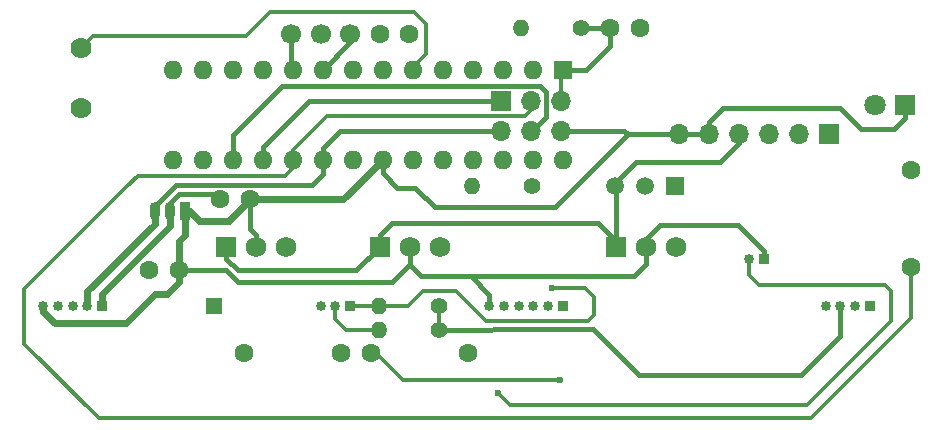
<source format=gtl>
G04 #@! TF.FileFunction,Copper,L1,Top,Signal*
%FSLAX46Y46*%
G04 Gerber Fmt 4.6, Leading zero omitted, Abs format (unit mm)*
G04 Created by KiCad (PCBNEW 4.0.7) date 06/15/19 11:15:53*
%MOMM*%
%LPD*%
G01*
G04 APERTURE LIST*
%ADD10C,0.100000*%
%ADD11R,0.850000X0.850000*%
%ADD12C,0.850000*%
%ADD13R,1.700000X1.700000*%
%ADD14O,1.700000X1.700000*%
%ADD15C,1.400000*%
%ADD16O,1.400000X1.400000*%
%ADD17C,1.750000*%
%ADD18R,1.750000X1.750000*%
%ADD19C,1.778000*%
%ADD20R,1.600000X1.600000*%
%ADD21O,1.600000X1.600000*%
%ADD22C,1.600000*%
%ADD23C,1.700000*%
%ADD24R,1.800000X1.800000*%
%ADD25C,1.800000*%
%ADD26O,0.900000X1.500000*%
%ADD27R,0.900000X1.500000*%
%ADD28R,1.350000X1.350000*%
%ADD29C,1.520000*%
%ADD30R,1.520000X1.520000*%
%ADD31C,0.600000*%
%ADD32C,0.304800*%
%ADD33C,0.406400*%
%ADD34C,0.609600*%
G04 APERTURE END LIST*
D10*
D11*
X205998000Y-112365000D03*
D12*
X204748000Y-112365000D03*
X203498000Y-112365000D03*
X202248000Y-112365000D03*
D13*
X202498000Y-97865000D03*
D14*
X199958000Y-97865000D03*
X197418000Y-97865000D03*
X194878000Y-97865000D03*
X192338000Y-97865000D03*
X189798000Y-97865000D03*
D15*
X169505000Y-112395000D03*
D16*
X164425000Y-112395000D03*
D17*
X156578000Y-107365000D03*
X154038000Y-107365000D03*
D18*
X151498000Y-107365000D03*
D19*
X139192000Y-95631000D03*
X139192000Y-90551000D03*
D20*
X179998000Y-92365000D03*
D21*
X146978000Y-99985000D03*
X177458000Y-92365000D03*
X149518000Y-99985000D03*
X174918000Y-92365000D03*
X152058000Y-99985000D03*
X172378000Y-92365000D03*
X154598000Y-99985000D03*
X169838000Y-92365000D03*
X157138000Y-99985000D03*
X167298000Y-92365000D03*
X159678000Y-99985000D03*
X164758000Y-92365000D03*
X162218000Y-99985000D03*
X162218000Y-92365000D03*
X164758000Y-99985000D03*
X159678000Y-92365000D03*
X167298000Y-99985000D03*
X157138000Y-92365000D03*
X169838000Y-99985000D03*
X154598000Y-92365000D03*
X172378000Y-99985000D03*
X152058000Y-92365000D03*
X174918000Y-99985000D03*
X149518000Y-92365000D03*
X177458000Y-99985000D03*
X146978000Y-92365000D03*
X179998000Y-99985000D03*
D22*
X161248000Y-116365000D03*
X152998000Y-116365000D03*
D23*
X156998000Y-89365000D03*
X159498000Y-89365000D03*
X161998000Y-89365000D03*
D22*
X150998000Y-103365000D03*
X153498000Y-103365000D03*
X144998000Y-109365000D03*
X147498000Y-109365000D03*
D24*
X208998000Y-95365000D03*
D25*
X206458000Y-95365000D03*
D11*
X196998000Y-108365000D03*
D12*
X195748000Y-108365000D03*
D26*
X146728000Y-104365000D03*
X145458000Y-104365000D03*
D27*
X147998000Y-104365000D03*
D22*
X166998000Y-89365000D03*
X164498000Y-89365000D03*
X163748000Y-116365000D03*
X171998000Y-116365000D03*
X209498000Y-109115000D03*
X209498000Y-100865000D03*
X186498000Y-88865000D03*
X183998000Y-88865000D03*
D15*
X181498000Y-88865000D03*
D16*
X176418000Y-88865000D03*
D17*
X169578000Y-107365000D03*
X167038000Y-107365000D03*
D18*
X164498000Y-107365000D03*
D17*
X189578000Y-107365000D03*
X187038000Y-107365000D03*
D18*
X184498000Y-107365000D03*
D15*
X169505000Y-114427000D03*
D16*
X164425000Y-114427000D03*
D11*
X161998000Y-112365000D03*
D12*
X160748000Y-112365000D03*
X159498000Y-112365000D03*
D28*
X150498000Y-112365000D03*
D11*
X140998000Y-112365000D03*
D12*
X139748000Y-112365000D03*
X138498000Y-112365000D03*
X137248000Y-112365000D03*
X135998000Y-112365000D03*
D11*
X179998000Y-112365000D03*
D12*
X178748000Y-112365000D03*
X177498000Y-112365000D03*
X176248000Y-112365000D03*
X174998000Y-112365000D03*
X173748000Y-112365000D03*
D29*
X186944000Y-102235000D03*
X184404000Y-102235000D03*
D30*
X189484000Y-102235000D03*
D15*
X177379000Y-102235000D03*
D16*
X172299000Y-102235000D03*
D13*
X174752000Y-94996000D03*
D14*
X174752000Y-97536000D03*
X177292000Y-94996000D03*
X177292000Y-97536000D03*
X179832000Y-94996000D03*
X179832000Y-97536000D03*
D31*
X179070000Y-110871000D03*
X179798000Y-118665000D03*
X174498000Y-119761000D03*
D32*
X179832000Y-94996000D02*
X179832000Y-92531000D01*
X179832000Y-92531000D02*
X179998000Y-92365000D01*
D33*
X181498000Y-88865000D02*
X183998000Y-88865000D01*
X179998000Y-92365000D02*
X181998000Y-92365000D01*
X181998000Y-92365000D02*
X183998000Y-90365000D01*
X183998000Y-90365000D02*
X183998000Y-88865000D01*
X187038000Y-107365000D02*
X187038000Y-106713000D01*
X187038000Y-106713000D02*
X188214000Y-105537000D01*
X196998000Y-107717000D02*
X196998000Y-108365000D01*
X194818000Y-105537000D02*
X196998000Y-107717000D01*
X188214000Y-105537000D02*
X194818000Y-105537000D01*
X179832000Y-97536000D02*
X185143000Y-97536000D01*
X185143000Y-97536000D02*
X185472000Y-97865000D01*
X192338000Y-97865000D02*
X192338000Y-96841000D01*
X208998000Y-96437000D02*
X208998000Y-95365000D01*
X208026000Y-97409000D02*
X208998000Y-96437000D01*
X205232000Y-97409000D02*
X208026000Y-97409000D01*
X203454000Y-95631000D02*
X205232000Y-97409000D01*
X193548000Y-95631000D02*
X203454000Y-95631000D01*
X192338000Y-96841000D02*
X193548000Y-95631000D01*
X189798000Y-97865000D02*
X192338000Y-97865000D01*
X164758000Y-101131000D02*
X164758000Y-99985000D01*
X173748000Y-112365000D02*
X173748000Y-111415000D01*
X173748000Y-111415000D02*
X172198000Y-109865000D01*
D34*
X153498000Y-103365000D02*
X161378000Y-103365000D01*
X161378000Y-103365000D02*
X164758000Y-99985000D01*
X147998000Y-104365000D02*
X148398000Y-104365000D01*
X148398000Y-104365000D02*
X149198000Y-105165000D01*
X151698000Y-105165000D02*
X153498000Y-103365000D01*
X149198000Y-105165000D02*
X151698000Y-105165000D01*
D33*
X167038000Y-107365000D02*
X167038000Y-108905000D01*
X167038000Y-108905000D02*
X167998000Y-109865000D01*
X167998000Y-109865000D02*
X172198000Y-109865000D01*
X187038000Y-108825000D02*
X187038000Y-107365000D01*
X172198000Y-109865000D02*
X185998000Y-109865000D01*
X185998000Y-109865000D02*
X187038000Y-108825000D01*
X147498000Y-109365000D02*
X151498000Y-109365000D01*
X167038000Y-108825000D02*
X167038000Y-107365000D01*
X165498000Y-110365000D02*
X167038000Y-108825000D01*
X152498000Y-110365000D02*
X165498000Y-110365000D01*
X151498000Y-109365000D02*
X152498000Y-110365000D01*
X154038000Y-107365000D02*
X154038000Y-106405000D01*
X153498000Y-105865000D02*
X153498000Y-103365000D01*
X154038000Y-106405000D02*
X153498000Y-105865000D01*
D34*
X135998000Y-112365000D02*
X135998000Y-112865000D01*
X147498000Y-110365000D02*
X147498000Y-109365000D01*
X146498000Y-111365000D02*
X147498000Y-110365000D01*
X145498000Y-111365000D02*
X146498000Y-111365000D01*
X142998000Y-113865000D02*
X145498000Y-111365000D01*
X136998000Y-113865000D02*
X142998000Y-113865000D01*
X135998000Y-112865000D02*
X136998000Y-113865000D01*
X147498000Y-109365000D02*
X147498000Y-106865000D01*
X147998000Y-106365000D02*
X147998000Y-104365000D01*
X147498000Y-106865000D02*
X147998000Y-106365000D01*
D33*
X167498000Y-102365000D02*
X167516000Y-102365000D01*
X167516000Y-102365000D02*
X169164000Y-104013000D01*
X185472000Y-97865000D02*
X189798000Y-97865000D01*
X179324000Y-104013000D02*
X185472000Y-97865000D01*
X169164000Y-104013000D02*
X179324000Y-104013000D01*
X167498000Y-102365000D02*
X165992000Y-102365000D01*
X165992000Y-102365000D02*
X164758000Y-101131000D01*
D32*
X166878000Y-112395000D02*
X164425000Y-112395000D01*
X168148000Y-111125000D02*
X166878000Y-112395000D01*
X170942000Y-111125000D02*
X168148000Y-111125000D01*
X173482000Y-113665000D02*
X170942000Y-111125000D01*
X182118000Y-113665000D02*
X173482000Y-113665000D01*
X182626000Y-113157000D02*
X182118000Y-113665000D01*
X182626000Y-111633000D02*
X182626000Y-113157000D01*
X181864000Y-110871000D02*
X182626000Y-111633000D01*
X179070000Y-110871000D02*
X181864000Y-110871000D01*
X161998000Y-112365000D02*
X164395000Y-112365000D01*
X164395000Y-112365000D02*
X164425000Y-112395000D01*
D33*
X172418000Y-100025000D02*
X172378000Y-99985000D01*
D32*
X179798000Y-118665000D02*
X166498000Y-118665000D01*
X164198000Y-116365000D02*
X166498000Y-118665000D01*
X164198000Y-116365000D02*
X163748000Y-116365000D01*
X183336000Y-120777000D02*
X200660000Y-120777000D01*
X175514000Y-120777000D02*
X181356000Y-120777000D01*
X174498000Y-119761000D02*
X175514000Y-120777000D01*
X181356000Y-120777000D02*
X183336000Y-120777000D01*
X195748000Y-109769000D02*
X195748000Y-108365000D01*
X196596000Y-110617000D02*
X195748000Y-109769000D01*
X207264000Y-110617000D02*
X196596000Y-110617000D01*
X207772000Y-111125000D02*
X207264000Y-110617000D01*
X207772000Y-113665000D02*
X207772000Y-111125000D01*
X200660000Y-120777000D02*
X207772000Y-113665000D01*
X167298000Y-92365000D02*
X167298000Y-92163000D01*
X167298000Y-92163000D02*
X168402000Y-91059000D01*
X168402000Y-91059000D02*
X168402000Y-88519000D01*
X168402000Y-88519000D02*
X167386000Y-87503000D01*
X167386000Y-87503000D02*
X155194000Y-87503000D01*
X155194000Y-87503000D02*
X153162000Y-89535000D01*
X153162000Y-89535000D02*
X140208000Y-89535000D01*
X140208000Y-89535000D02*
X139192000Y-90551000D01*
X157138000Y-99985000D02*
X157138000Y-99148000D01*
X176784000Y-96266000D02*
X177292000Y-95758000D01*
X160020000Y-96266000D02*
X176784000Y-96266000D01*
X157138000Y-99148000D02*
X160020000Y-96266000D01*
X177292000Y-95758000D02*
X177292000Y-94996000D01*
X157138000Y-99985000D02*
X157138000Y-100672000D01*
X157138000Y-100672000D02*
X156464000Y-101346000D01*
X156464000Y-101346000D02*
X144018000Y-101346000D01*
X144018000Y-101346000D02*
X143129000Y-102235000D01*
X143129000Y-102235000D02*
X143129000Y-102234000D01*
X182398000Y-121865000D02*
X200998000Y-121865000D01*
X140698000Y-121865000D02*
X182398000Y-121865000D01*
X134398000Y-115565000D02*
X140698000Y-121865000D01*
X134398000Y-110965000D02*
X134398000Y-115565000D01*
X143129000Y-102234000D02*
X134398000Y-110965000D01*
X209498000Y-113365000D02*
X209498000Y-109115000D01*
X200998000Y-121865000D02*
X209498000Y-113365000D01*
D33*
X174752000Y-94996000D02*
X158496000Y-94996000D01*
X154598000Y-98894000D02*
X154598000Y-99985000D01*
X158496000Y-94996000D02*
X154598000Y-98894000D01*
X184404000Y-102235000D02*
X184404000Y-101981000D01*
X184404000Y-101981000D02*
X186182000Y-100203000D01*
X193294000Y-100203000D02*
X194878000Y-98619000D01*
X186182000Y-100203000D02*
X193294000Y-100203000D01*
X194878000Y-98619000D02*
X194878000Y-97865000D01*
X184498000Y-107365000D02*
X184498000Y-102329000D01*
X184498000Y-102329000D02*
X184404000Y-102235000D01*
X159678000Y-99985000D02*
X159678000Y-99021000D01*
X161163000Y-97536000D02*
X174752000Y-97536000D01*
X159678000Y-99021000D02*
X161163000Y-97536000D01*
X151498000Y-107365000D02*
X151498000Y-108365000D01*
X162498000Y-109365000D02*
X164498000Y-107365000D01*
X152498000Y-109365000D02*
X162498000Y-109365000D01*
X151498000Y-108365000D02*
X152498000Y-109365000D01*
X184498000Y-107365000D02*
X184498000Y-106865000D01*
X184498000Y-106865000D02*
X182998000Y-105365000D01*
X164498000Y-106365000D02*
X164498000Y-107365000D01*
X165498000Y-105365000D02*
X164498000Y-106365000D01*
X182998000Y-105365000D02*
X165498000Y-105365000D01*
X145458000Y-104365000D02*
X145458000Y-103905000D01*
X145458000Y-103905000D02*
X147244000Y-102108000D01*
X159678000Y-101185000D02*
X159678000Y-99985000D01*
X158744000Y-102108000D02*
X159678000Y-101185000D01*
X147244000Y-102108000D02*
X158744000Y-102108000D01*
D34*
X139748000Y-112365000D02*
X139748000Y-111115000D01*
X145458000Y-105405000D02*
X145458000Y-104365000D01*
X139748000Y-111115000D02*
X145458000Y-105405000D01*
D33*
X184658000Y-102235000D02*
X184658000Y-101727000D01*
X161998000Y-89365000D02*
X161998000Y-90045000D01*
X161998000Y-90045000D02*
X159678000Y-92365000D01*
X156998000Y-89365000D02*
X156998000Y-92225000D01*
X156998000Y-92225000D02*
X157138000Y-92365000D01*
X177292000Y-97536000D02*
X177419000Y-97536000D01*
X177419000Y-97536000D02*
X178562000Y-96393000D01*
X178562000Y-96393000D02*
X178562000Y-94234000D01*
X178562000Y-94234000D02*
X178054000Y-93726000D01*
X178054000Y-93726000D02*
X156210000Y-93726000D01*
X156210000Y-93726000D02*
X152058000Y-97878000D01*
X152058000Y-97878000D02*
X152058000Y-99985000D01*
X146728000Y-104365000D02*
X146728000Y-103635000D01*
X146728000Y-103635000D02*
X147498000Y-102865000D01*
X147498000Y-102865000D02*
X150498000Y-102865000D01*
X150498000Y-102865000D02*
X150998000Y-103365000D01*
D34*
X140998000Y-112365000D02*
X140998000Y-111365000D01*
X146728000Y-105635000D02*
X146728000Y-104365000D01*
X140998000Y-111365000D02*
X146728000Y-105635000D01*
D32*
X164425000Y-114427000D02*
X161671000Y-114427000D01*
X160748000Y-113504000D02*
X160748000Y-112365000D01*
X161671000Y-114427000D02*
X160748000Y-113504000D01*
D33*
X178561582Y-114365445D02*
X182564445Y-114365445D01*
X203498000Y-114891000D02*
X203498000Y-112365000D01*
X200152000Y-118237000D02*
X203498000Y-114891000D01*
X186436000Y-118237000D02*
X200152000Y-118237000D01*
X182564445Y-114365445D02*
X186436000Y-118237000D01*
X178627000Y-114365000D02*
X178561582Y-114365445D01*
X178561582Y-114365445D02*
X169505000Y-114427000D01*
D32*
X169505000Y-114427000D02*
X169505000Y-112395000D01*
M02*

</source>
